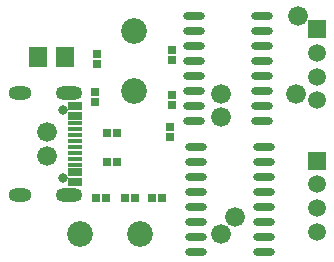
<source format=gts>
G04*
G04 #@! TF.GenerationSoftware,Altium Limited,Altium Designer,22.0.2 (36)*
G04*
G04 Layer_Color=8388736*
%FSLAX24Y24*%
%MOIN*%
G70*
G04*
G04 #@! TF.SameCoordinates,46051EB8-178F-4A71-8072-0C991FAB0142*
G04*
G04*
G04 #@! TF.FilePolarity,Negative*
G04*
G01*
G75*
%ADD21R,0.0296X0.0276*%
%ADD22O,0.0727X0.0260*%
%ADD23R,0.0276X0.0296*%
%ADD24R,0.0513X0.0296*%
%ADD25R,0.0513X0.0178*%
%ADD26R,0.0586X0.0651*%
%ADD27C,0.0860*%
%ADD28C,0.0660*%
%ADD29C,0.0591*%
%ADD30R,0.0591X0.0591*%
%ADD31C,0.0316*%
%ADD32O,0.0769X0.0454*%
%ADD33O,0.0887X0.0454*%
D21*
X5650Y4165D02*
D03*
Y4500D02*
D03*
X3150Y5350D02*
D03*
Y5685D02*
D03*
X3200Y6600D02*
D03*
Y6935D02*
D03*
X5700Y5567D02*
D03*
Y5233D02*
D03*
X5700Y6733D02*
D03*
Y7067D02*
D03*
D22*
X8712Y4700D02*
D03*
Y5200D02*
D03*
Y5700D02*
D03*
Y6200D02*
D03*
Y6700D02*
D03*
Y7200D02*
D03*
Y7700D02*
D03*
Y8200D02*
D03*
X6450Y4700D02*
D03*
Y5200D02*
D03*
Y5700D02*
D03*
Y6200D02*
D03*
Y6700D02*
D03*
Y7200D02*
D03*
Y7700D02*
D03*
Y8200D02*
D03*
X8762Y350D02*
D03*
Y850D02*
D03*
Y1350D02*
D03*
Y1850D02*
D03*
Y2350D02*
D03*
Y2850D02*
D03*
Y3350D02*
D03*
Y3850D02*
D03*
X6500Y350D02*
D03*
Y850D02*
D03*
Y1350D02*
D03*
Y1850D02*
D03*
Y2350D02*
D03*
Y2850D02*
D03*
Y3350D02*
D03*
Y3850D02*
D03*
D23*
X5385Y2150D02*
D03*
X5050D02*
D03*
X3533Y4300D02*
D03*
X3867D02*
D03*
X3533Y3350D02*
D03*
X3867D02*
D03*
X3165Y2150D02*
D03*
X3500D02*
D03*
X4133Y2150D02*
D03*
X4467D02*
D03*
D24*
X2480Y5210D02*
D03*
Y4895D02*
D03*
Y2690D02*
D03*
Y3005D02*
D03*
D25*
Y3261D02*
D03*
Y3458D02*
D03*
Y3655D02*
D03*
Y3852D02*
D03*
Y4048D02*
D03*
Y4245D02*
D03*
Y4442D02*
D03*
Y4639D02*
D03*
D26*
X2150Y6850D02*
D03*
X1250D02*
D03*
D27*
X4450Y7700D02*
D03*
Y5700D02*
D03*
X2650Y950D02*
D03*
X4650D02*
D03*
D28*
X9900Y8200D02*
D03*
X9850Y5600D02*
D03*
X7350Y4850D02*
D03*
Y5600D02*
D03*
Y950D02*
D03*
X7800Y1500D02*
D03*
X1550Y3550D02*
D03*
Y4350D02*
D03*
D29*
X10550Y1025D02*
D03*
Y1812D02*
D03*
Y2600D02*
D03*
Y5400D02*
D03*
Y6187D02*
D03*
Y6975D02*
D03*
D30*
Y3387D02*
D03*
Y7762D02*
D03*
D31*
X2057Y2812D02*
D03*
Y5088D02*
D03*
D32*
X620Y2249D02*
D03*
X620Y5651D02*
D03*
D33*
X2254Y2249D02*
D03*
X2254Y5651D02*
D03*
M02*

</source>
